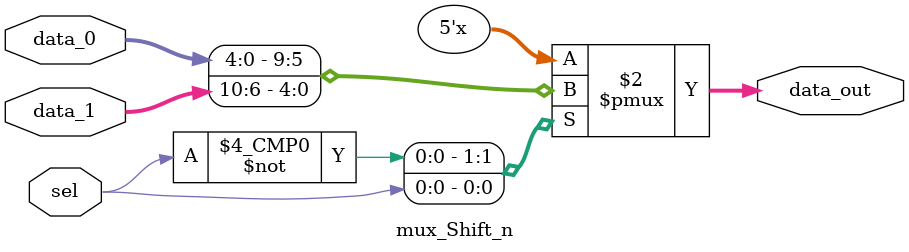
<source format=v>
module mux_Shift_n (
    input wire         sel,
    input wire  [31:0] data_0, // B
    input wire  [15:0] data_1, // inst[15:0]
    output reg [4:0] data_out
);
    always @(*) begin
        case (sel)
            1'd0: data_out = data_0[4:0]; // B[4:0]
            1'd1: data_out = data_1[10:6]; // inst[10:6]
        endcase 
    end 

endmodule
</source>
